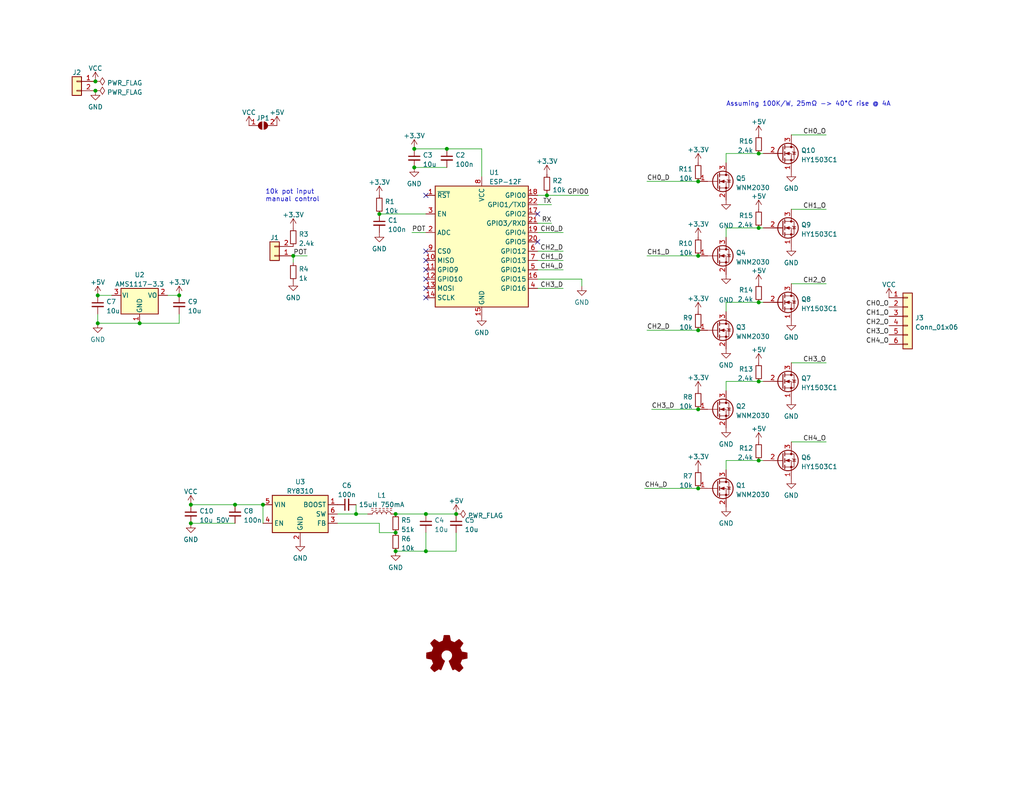
<source format=kicad_sch>
(kicad_sch (version 20211123) (generator eeschema)
  (paper "USLetter")
  (lib_symbols
    (symbol "Connector_Generic:Conn_01x02" (pin_names (offset 1.016) hide)
      (property "Reference" "J" (at 0 2.54 0))
      (property "Value" "Conn_01x02" (at 0 -5.08 0))
      (symbol "Conn_01x02_1_1"
        (rectangle (start -1.27 -2.413) (end 0 -2.667) (stroke (width 0.1524)))
        (rectangle (start -1.27 0.127) (end 0 -0.127) (stroke (width 0.1524)))
        (rectangle (start -1.27 1.27) (end 1.27 -3.81) (stroke (width 0.254)) (fill (type background)))
        (pin passive line (at -5.08 0 0) (length 3.81) (name "Pin_1") (number "1"))
        (pin passive line (at -5.08 -2.54 0) (length 3.81) (name "Pin_2") (number "2"))
      )
    )
    (symbol "Connector_Generic:Conn_01x06" (pin_names (offset 1.016) hide)
      (property "Reference" "J" (at 0 7.62 0))
      (property "Value" "Conn_01x06" (at 0 -10.16 0))
      (symbol "Conn_01x06_1_1"
        (rectangle (start -1.27 -7.493) (end 0 -7.747) (stroke (width 0.1524)))
        (rectangle (start -1.27 -4.953) (end 0 -5.207) (stroke (width 0.1524)))
        (rectangle (start -1.27 -2.413) (end 0 -2.667) (stroke (width 0.1524)))
        (rectangle (start -1.27 0.127) (end 0 -0.127) (stroke (width 0.1524)))
        (rectangle (start -1.27 2.667) (end 0 2.413) (stroke (width 0.1524)))
        (rectangle (start -1.27 5.207) (end 0 4.953) (stroke (width 0.1524)))
        (rectangle (start -1.27 6.35) (end 1.27 -8.89) (stroke (width 0.254)) (fill (type background)))
        (pin passive line (at -5.08 5.08 0) (length 3.81) (name "Pin_1") (number "1"))
        (pin passive line (at -5.08 2.54 0) (length 3.81) (name "Pin_2") (number "2"))
        (pin passive line (at -5.08 0 0) (length 3.81) (name "Pin_3") (number "3"))
        (pin passive line (at -5.08 -2.54 0) (length 3.81) (name "Pin_4") (number "4"))
        (pin passive line (at -5.08 -5.08 0) (length 3.81) (name "Pin_5") (number "5"))
        (pin passive line (at -5.08 -7.62 0) (length 3.81) (name "Pin_6") (number "6"))
      )
    )
    (symbol "Device:C_Small" (pin_numbers hide) (pin_names (offset 0.254) hide)
      (property "Reference" "C" (at 0.254 1.778 0))
      (property "Value" "C_Small" (at 0.254 -2.032 0))
      (symbol "C_Small_0_1"
        (polyline (pts (xy -1.524 -0.508) (xy 1.524 -0.508)) (stroke (width 0.3302)))
        (polyline (pts (xy -1.524 0.508) (xy 1.524 0.508)) (stroke (width 0.3048)))
      )
      (symbol "C_Small_1_1"
        (pin passive line (at 0 2.54 270) (length 2.032) (name "~") (number "1"))
        (pin passive line (at 0 -2.54 90) (length 2.032) (name "~") (number "2"))
      )
    )
    (symbol "Device:L_Ferrite" (pin_numbers hide) (pin_names (offset 1.016) hide)
      (property "Reference" "L" (at -1.27 0 90))
      (property "Value" "L_Ferrite" (at 2.794 0 90))
      (symbol "L_Ferrite_0_1"
        (arc (start 0 -2.54) (mid 0.635 -1.905) (end 0 -1.27))
        (arc (start 0 -1.27) (mid 0.635 -0.635) (end 0 0))
        (polyline (pts (xy 1.016 -2.794) (xy 1.016 -2.286)))
        (polyline (pts (xy 1.016 -1.778) (xy 1.016 -1.27)))
        (polyline (pts (xy 1.016 -0.762) (xy 1.016 -0.254)))
        (polyline (pts (xy 1.016 0.254) (xy 1.016 0.762)))
        (polyline (pts (xy 1.016 1.27) (xy 1.016 1.778)))
        (polyline (pts (xy 1.016 2.286) (xy 1.016 2.794)))
        (polyline (pts (xy 1.524 -2.286) (xy 1.524 -2.794)))
        (polyline (pts (xy 1.524 -1.27) (xy 1.524 -1.778)))
        (polyline (pts (xy 1.524 -0.254) (xy 1.524 -0.762)))
        (polyline (pts (xy 1.524 0.762) (xy 1.524 0.254)))
        (polyline (pts (xy 1.524 1.778) (xy 1.524 1.27)))
        (polyline (pts (xy 1.524 2.794) (xy 1.524 2.286)))
        (arc (start 0 0) (mid 0.635 0.635) (end 0 1.27))
        (arc (start 0 1.27) (mid 0.635 1.905) (end 0 2.54))
      )
      (symbol "L_Ferrite_1_1"
        (pin passive line (at 0 3.81 270) (length 1.27) (name "1") (number "1"))
        (pin passive line (at 0 -3.81 90) (length 1.27) (name "2") (number "2"))
      )
    )
    (symbol "Device:Q_NMOS_GSD" (pin_names (offset 0) hide)
      (property "Reference" "Q" (at 5.08 1.27 0))
      (property "Value" "Q_NMOS_GSD" (at 5.08 -1.27 0))
      (symbol "Q_NMOS_GSD_0_1"
        (polyline (pts (xy 0.254 0) (xy -2.54 0)))
        (polyline (pts (xy 0.254 1.905) (xy 0.254 -1.905)) (stroke (width 0.254)))
        (polyline (pts (xy 0.762 -1.27) (xy 0.762 -2.286)) (stroke (width 0.254)))
        (polyline (pts (xy 0.762 0.508) (xy 0.762 -0.508)) (stroke (width 0.254)))
        (polyline (pts (xy 0.762 2.286) (xy 0.762 1.27)) (stroke (width 0.254)))
        (polyline (pts (xy 2.54 2.54) (xy 2.54 1.778)))
        (polyline (pts (xy 2.54 -2.54) (xy 2.54 0) (xy 0.762 0)))
        (polyline (pts (xy 0.762 -1.778) (xy 3.302 -1.778) (xy 3.302 1.778) (xy 0.762 1.778)))
        (polyline (pts (xy 1.016 0) (xy 2.032 0.381) (xy 2.032 -0.381) (xy 1.016 0)) (fill (type outline)))
        (polyline (pts (xy 2.794 0.508) (xy 2.921 0.381) (xy 3.683 0.381) (xy 3.81 0.254)))
        (polyline (pts (xy 3.302 0.381) (xy 2.921 -0.254) (xy 3.683 -0.254) (xy 3.302 0.381)))
        (circle (center 1.651 0) (radius 2.794) (stroke (width 0.254)))
        (circle (center 2.54 -1.778) (radius 0.254) (fill (type outline)))
        (circle (center 2.54 1.778) (radius 0.254) (fill (type outline)))
      )
      (symbol "Q_NMOS_GSD_1_1"
        (pin input line (at -5.08 0 0) (length 2.54) (name "G") (number "1"))
        (pin passive line (at 2.54 -5.08 90) (length 2.54) (name "S") (number "2"))
        (pin passive line (at 2.54 5.08 270) (length 2.54) (name "D") (number "3"))
      )
    )
    (symbol "Device:Q_NMOS_SGD" (pin_names (offset 0) hide)
      (property "Reference" "Q" (at 5.08 1.27 0))
      (property "Value" "Q_NMOS_SGD" (at 5.08 -1.27 0))
      (symbol "Q_NMOS_SGD_0_1"
        (polyline (pts (xy 0.254 0) (xy -2.54 0)))
        (polyline (pts (xy 0.254 1.905) (xy 0.254 -1.905)) (stroke (width 0.254)))
        (polyline (pts (xy 0.762 -1.27) (xy 0.762 -2.286)) (stroke (width 0.254)))
        (polyline (pts (xy 0.762 0.508) (xy 0.762 -0.508)) (stroke (width 0.254)))
        (polyline (pts (xy 0.762 2.286) (xy 0.762 1.27)) (stroke (width 0.254)))
        (polyline (pts (xy 2.54 2.54) (xy 2.54 1.778)))
        (polyline (pts (xy 2.54 -2.54) (xy 2.54 0) (xy 0.762 0)))
        (polyline (pts (xy 0.762 -1.778) (xy 3.302 -1.778) (xy 3.302 1.778) (xy 0.762 1.778)))
        (polyline (pts (xy 1.016 0) (xy 2.032 0.381) (xy 2.032 -0.381) (xy 1.016 0)) (fill (type outline)))
        (polyline (pts (xy 2.794 0.508) (xy 2.921 0.381) (xy 3.683 0.381) (xy 3.81 0.254)))
        (polyline (pts (xy 3.302 0.381) (xy 2.921 -0.254) (xy 3.683 -0.254) (xy 3.302 0.381)))
        (circle (center 1.651 0) (radius 2.794) (stroke (width 0.254)))
        (circle (center 2.54 -1.778) (radius 0.254) (fill (type outline)))
        (circle (center 2.54 1.778) (radius 0.254) (fill (type outline)))
      )
      (symbol "Q_NMOS_SGD_1_1"
        (pin passive line (at 2.54 -5.08 90) (length 2.54) (name "S") (number "1"))
        (pin input line (at -5.08 0 0) (length 5.08) (name "G") (number "2"))
        (pin passive line (at 2.54 5.08 270) (length 2.54) (name "D") (number "3"))
      )
    )
    (symbol "Device:R_Small" (pin_numbers hide) (pin_names (offset 0.254) hide)
      (property "Reference" "R" (at 0.762 0.508 0))
      (property "Value" "R_Small" (at 0.762 -1.016 0))
      (symbol "R_Small_0_1"
        (rectangle (start -0.762 1.778) (end 0.762 -1.778) (stroke (width 0.2032)))
      )
      (symbol "R_Small_1_1"
        (pin passive line (at 0 2.54 270) (length 0.762) (name "~") (number "1"))
        (pin passive line (at 0 -2.54 90) (length 0.762) (name "~") (number "2"))
      )
    )
    (symbol "Graphic:Logo_Open_Hardware_Small" (pin_names (offset 1.016))
      (symbol "Logo_Open_Hardware_Small_0_1"
        (polyline (pts (xy 3.3528 -4.3434) (xy 3.302 -4.318) (xy 3.175 -4.2418) (xy 2.9972 -4.1148) (xy 2.7686 -3.9624) (xy 2.54 -3.81) (xy 2.3622 -3.7084) (xy 2.2352 -3.6068) (xy 2.1844 -3.5814) (xy 2.159 -3.6068) (xy 2.0574 -3.6576) (xy 1.905 -3.7338) (xy 1.8034 -3.7846) (xy 1.6764 -3.8354) (xy 1.6002 -3.8354) (xy 1.6002 -3.8354) (xy 1.5494 -3.7338) (xy 1.4732 -3.5306) (xy 1.3462 -3.302) (xy 1.2446 -3.0226) (xy 1.1176 -2.7178) (xy 0.9652 -2.413) (xy 0.8636 -2.1082) (xy 0.7366 -1.8288) (xy 0.6604 -1.6256) (xy 0.6096 -1.4732) (xy 0.5842 -1.397) (xy 0.5842 -1.397) (xy 0.6604 -1.3208) (xy 0.7874 -1.2446) (xy 1.0414 -1.016) (xy 1.2954 -0.6858) (xy 1.4478 -0.3302) (xy 1.524 0.0762) (xy 1.4732 0.4572) (xy 1.3208 0.8128) (xy 1.0668 1.143) (xy 0.762 1.3716) (xy 0.4064 1.524) (xy 0 1.5748) (xy -0.381 1.5494) (xy -0.7366 1.397) (xy -1.0668 1.143) (xy -1.2192 0.9906) (xy -1.397 0.6604) (xy -1.524 0.3048) (xy -1.524 0.2286) (xy -1.4986 -0.1778) (xy -1.397 -0.5334) (xy -1.1938 -0.8636) (xy -0.9144 -1.143) (xy -0.8636 -1.1684) (xy -0.7366 -1.27) (xy -0.635 -1.3462) (xy -0.5842 -1.397) (xy -1.0668 -2.5908) (xy -1.143 -2.794) (xy -1.2954 -3.1242) (xy -1.397 -3.4036) (xy -1.4986 -3.6322) (xy -1.5748 -3.7846) (xy -1.6002 -3.8354) (xy -1.6002 -3.8354) (xy -1.651 -3.8354) (xy -1.7272 -3.81) (xy -1.905 -3.7338) (xy -2.0066 -3.683) (xy -2.1336 -3.6068) (xy -2.2098 -3.5814) (xy -2.2606 -3.6068) (xy -2.3622 -3.683) (xy -2.54 -3.81) (xy -2.7686 -3.9624) (xy -2.9718 -4.0894) (xy -3.1496 -4.2164) (xy -3.302 -4.318) (xy -3.3528 -4.3434) (xy -3.3782 -4.3434) (xy -3.429 -4.318) (xy -3.5306 -4.2164) (xy -3.7084 -4.064) (xy -3.937 -3.8354) (xy -3.9624 -3.81) (xy -4.1656 -3.6068) (xy -4.318 -3.4544) (xy -4.4196 -3.3274) (xy -4.445 -3.2766) (xy -4.445 -3.2766) (xy -4.4196 -3.2258) (xy -4.318 -3.0734) (xy -4.2164 -2.8956) (xy -4.064 -2.667) (xy -3.6576 -2.0828) (xy -3.8862 -1.5494) (xy -3.937 -1.3716) (xy -4.0386 -1.1684) (xy -4.0894 -1.0414) (xy -4.1148 -0.9652) (xy -4.191 -0.9398) (xy -4.318 -0.9144) (xy -4.5466 -0.8636) (xy -4.8006 -0.8128) (xy -5.0546 -0.7874) (xy -5.2578 -0.7366) (xy -5.4356 -0.7112) (xy -5.5118 -0.6858) (xy -5.5118 -0.6858) (xy -5.5372 -0.635) (xy -5.5372 -0.5588) (xy -5.5372 -0.4318) (xy -5.5626 -0.2286) (xy -5.5626 0.0762) (xy -5.5626 0.127) (xy -5.5372 0.4064) (xy -5.5372 0.635) (xy -5.5372 0.762) (xy -5.5372 0.8382) (xy -5.5372 0.8382) (xy -5.461 0.8382) (xy -5.3086 0.889) (xy -5.08 0.9144) (xy -4.826 0.9652) (xy -4.8006 0.9906) (xy -4.5466 1.0414) (xy -4.318 1.0668) (xy -4.1656 1.1176) (xy -4.0894 1.143) (xy -4.0894 1.143) (xy -4.0386 1.2446) (xy -3.9624 1.4224) (xy -3.8608 1.6256) (xy -3.7846 1.8288) (xy -3.7084 2.0066) (xy -3.6576 2.159) (xy -3.6322 2.2098) (xy -3.6322 2.2098) (xy -3.683 2.286) (xy -3.7592 2.413) (xy -3.8862 2.5908) (xy -4.064 2.8194) (xy -4.064 2.8448) (xy -4.2164 3.0734) (xy -4.3434 3.2512) (xy -4.4196 3.3782) (xy -4.445 3.4544) (xy -4.445 3.4544) (xy -4.3942 3.5052) (xy -4.2926 3.6322) (xy -4.1148 3.81) (xy -3.937 4.0132) (xy -3.8608 4.064) (xy -3.6576 4.2926) (xy -3.5052 4.4196) (xy -3.4036 4.4958) (xy -3.3528 4.5212) (xy -3.3528 4.5212) (xy -3.302 4.4704) (xy -3.1496 4.3688) (xy -2.9718 4.2418) (xy -2.7432 4.0894) (xy -2.7178 4.0894) (xy -2.4892 3.937) (xy -2.3114 3.81) (xy -2.1844 3.7084) (xy -2.1336 3.683) (xy -2.1082 3.683) (xy -2.032 3.7084) (xy -1.8542 3.7592) (xy -1.6764 3.8354) (xy -1.4732 3.937) (xy -1.27 4.0132) (xy -1.143 4.064) (xy -1.0668 4.1148) (xy -1.0668 4.1148) (xy -1.0414 4.191) (xy -1.016 4.3434) (xy -0.9652 4.572) (xy -0.9144 4.8514) (xy -0.889 4.9022) (xy -0.8382 5.1562) (xy -0.8128 5.3848) (xy -0.7874 5.5372) (xy -0.762 5.588) (xy -0.7112 5.6134) (xy -0.5842 5.6134) (xy -0.4064 5.6134) (xy -0.1524 5.6134) (xy 0.0762 5.6134) (xy 0.3302 5.6134) (xy 0.5334 5.6134) (xy 0.6858 5.588) (xy 0.7366 5.588) (xy 0.7366 5.588) (xy 0.762 5.5118) (xy 0.8128 5.334) (xy 0.8382 5.1054) (xy 0.9144 4.826) (xy 0.9144 4.7752) (xy 0.9652 4.5212) (xy 1.016 4.2926) (xy 1.0414 4.1402) (xy 1.0668 4.0894) (xy 1.0668 4.0894) (xy 1.1938 4.0386) (xy 1.3716 3.9624) (xy 1.5748 3.8608) (xy 2.0828 3.6576) (xy 2.7178 4.0894) (xy 2.7686 4.1402) (xy 2.9972 4.2926) (xy 3.175 4.4196) (xy 3.302 4.4958) (xy 3.3782 4.5212) (xy 3.3782 4.5212) (xy 3.429 4.4704) (xy 3.556 4.3434) (xy 3.7338 4.191) (xy 3.9116 3.9878) (xy 4.064 3.8354) (xy 4.2418 3.6576) (xy 4.3434 3.556) (xy 4.4196 3.4798) (xy 4.4196 3.429) (xy 4.4196 3.4036) (xy 4.3942 3.3274) (xy 4.2926 3.2004) (xy 4.1656 2.9972) (xy 4.0132 2.794) (xy 3.8862 2.5908) (xy 3.7592 2.3876) (xy 3.6576 2.2352) (xy 3.6322 2.159) (xy 3.6322 2.1336) (xy 3.683 2.0066) (xy 3.7592 1.8288) (xy 3.8608 1.6002) (xy 4.064 1.1176) (xy 4.3942 1.0414) (xy 4.5974 1.016) (xy 4.8768 0.9652) (xy 5.1308 0.9144) (xy 5.5372 0.8382) (xy 5.5626 -0.6604) (xy 5.4864 -0.6858) (xy 5.4356 -0.6858) (xy 5.2832 -0.7366) (xy 5.0546 -0.762) (xy 4.8006 -0.8128) (xy 4.5974 -0.8636) (xy 4.3688 -0.9144) (xy 4.2164 -0.9398) (xy 4.1402 -0.9398) (xy 4.1148 -0.9652) (xy 4.064 -1.0668) (xy 3.9878 -1.2446) (xy 3.9116 -1.4478) (xy 3.81 -1.651) (xy 3.7338 -1.8542) (xy 3.683 -2.0066) (xy 3.6576 -2.0828) (xy 3.683 -2.1336) (xy 3.7846 -2.2606) (xy 3.8862 -2.4638) (xy 4.0386 -2.667) (xy 4.191 -2.8956) (xy 4.318 -3.0734) (xy 4.3942 -3.2004) (xy 4.445 -3.2766) (xy 4.4196 -3.3274) (xy 4.3434 -3.429) (xy 4.1656 -3.5814) (xy 3.937 -3.8354) (xy 3.8862 -3.8608) (xy 3.683 -4.064) (xy 3.5306 -4.2164) (xy 3.4036 -4.318) (xy 3.3528 -4.3434)) (fill (type outline)))
      )
    )
    (symbol "Jumper:SolderJumper_2_Open" (pin_names (offset 0) hide)
      (property "Reference" "JP" (at 0 2.032 0))
      (property "Value" "SolderJumper_2_Open" (at 0 -2.54 0))
      (symbol "SolderJumper_2_Open_0_1"
        (arc (start -0.254 1.016) (mid -1.27 0) (end -0.254 -1.016))
        (arc (start -0.254 1.016) (mid -1.27 0) (end -0.254 -1.016) (fill (type outline)))
        (polyline (pts (xy -0.254 1.016) (xy -0.254 -1.016)))
        (polyline (pts (xy 0.254 1.016) (xy 0.254 -1.016)))
        (arc (start 0.254 -1.016) (mid 1.27 0) (end 0.254 1.016))
        (arc (start 0.254 -1.016) (mid 1.27 0) (end 0.254 1.016) (fill (type outline)))
      )
      (symbol "SolderJumper_2_Open_1_1"
        (pin passive line (at -3.81 0 0) (length 2.54) (name "A") (number "1"))
        (pin passive line (at 3.81 0 180) (length 2.54) (name "B") (number "2"))
      )
    )
    (symbol "RF_Module:ESP-12F"
      (property "Reference" "U" (at -12.7 19.05 0))
      (property "Value" "ESP-12F" (at 12.7 19.05 0))
      (symbol "ESP-12F_0_1"
        (rectangle (start -12.7 17.78) (end 12.7 -15.24) (stroke (width 0.254)) (fill (type background)))
      )
      (symbol "ESP-12F_1_1"
        (pin input line (at -15.24 15.24 0) (length 2.54) (name "~{RST}") (number "1"))
        (pin bidirectional line (at -15.24 -2.54 0) (length 2.54) (name "MISO") (number "10"))
        (pin bidirectional line (at -15.24 -5.08 0) (length 2.54) (name "GPIO9") (number "11"))
        (pin bidirectional line (at -15.24 -7.62 0) (length 2.54) (name "GPIO10") (number "12"))
        (pin bidirectional line (at -15.24 -10.16 0) (length 2.54) (name "MOSI") (number "13"))
        (pin bidirectional line (at -15.24 -12.7 0) (length 2.54) (name "SCLK") (number "14"))
        (pin power_in line (at 0 -17.78 90) (length 2.54) (name "GND") (number "15"))
        (pin bidirectional line (at 15.24 -7.62 180) (length 2.54) (name "GPIO15") (number "16"))
        (pin bidirectional line (at 15.24 10.16 180) (length 2.54) (name "GPIO2") (number "17"))
        (pin bidirectional line (at 15.24 15.24 180) (length 2.54) (name "GPIO0") (number "18"))
        (pin bidirectional line (at 15.24 5.08 180) (length 2.54) (name "GPIO4") (number "19"))
        (pin input line (at -15.24 5.08 0) (length 2.54) (name "ADC") (number "2"))
        (pin bidirectional line (at 15.24 2.54 180) (length 2.54) (name "GPIO5") (number "20"))
        (pin bidirectional line (at 15.24 7.62 180) (length 2.54) (name "GPIO3/RXD") (number "21"))
        (pin bidirectional line (at 15.24 12.7 180) (length 2.54) (name "GPIO1/TXD") (number "22"))
        (pin input line (at -15.24 10.16 0) (length 2.54) (name "EN") (number "3"))
        (pin bidirectional line (at 15.24 -10.16 180) (length 2.54) (name "GPIO16") (number "4"))
        (pin bidirectional line (at 15.24 -5.08 180) (length 2.54) (name "GPIO14") (number "5"))
        (pin bidirectional line (at 15.24 0 180) (length 2.54) (name "GPIO12") (number "6"))
        (pin bidirectional line (at 15.24 -2.54 180) (length 2.54) (name "GPIO13") (number "7"))
        (pin power_in line (at 0 20.32 270) (length 2.54) (name "VCC") (number "8"))
        (pin input line (at -15.24 0 0) (length 2.54) (name "CS0") (number "9"))
      )
    )
    (symbol "Regulator_Linear:AMS1117-3.3" (pin_names (offset 0.254))
      (property "Reference" "U" (at -3.81 3.175 0))
      (property "Value" "AMS1117-3.3" (at 0 3.175 0))
      (symbol "AMS1117-3.3_0_1"
        (rectangle (start -5.08 -5.08) (end 5.08 1.905) (stroke (width 0.254)) (fill (type background)))
      )
      (symbol "AMS1117-3.3_1_1"
        (pin power_in line (at 0 -7.62 90) (length 2.54) (name "GND") (number "1"))
        (pin power_out line (at 7.62 0 180) (length 2.54) (name "VO") (number "2"))
        (pin power_in line (at -7.62 0 0) (length 2.54) (name "VI") (number "3"))
      )
    )
    (symbol "Regulator_Switching:LM2734Y"
      (property "Reference" "U" (at -7.62 6.35 0))
      (property "Value" "LM2734Y" (at 0 6.35 0))
      (symbol "LM2734Y_0_1"
        (rectangle (start -7.62 5.08) (end 7.62 -5.08) (stroke (width 0.254)) (fill (type background)))
        (pin input line (at 10.16 2.54 180) (length 2.54) (name "BOOST") (number "1"))
      )
      (symbol "LM2734Y_1_1"
        (pin power_in line (at 0 -7.62 90) (length 2.54) (name "GND") (number "2"))
        (pin input line (at 10.16 -2.54 180) (length 2.54) (name "FB") (number "3"))
        (pin input line (at -10.16 -2.54 0) (length 2.54) (name "EN") (number "4"))
        (pin power_in line (at -10.16 2.54 0) (length 2.54) (name "VIN") (number "5"))
        (pin output line (at 10.16 0 180) (length 2.54) (name "SW") (number "6"))
      )
    )
    (symbol "power:+3.3V" (power) (pin_names (offset 0))
      (property "Value" "+3.3V" (at 0 3.556 0))
      (symbol "+3.3V_0_1"
        (polyline (pts (xy -0.762 1.27) (xy 0 2.54)))
        (polyline (pts (xy 0 0) (xy 0 2.54)))
        (polyline (pts (xy 0 2.54) (xy 0.762 1.27)))
      )
      (symbol "+3.3V_1_1"
        (pin power_in line (at 0 0 90) (length 0) hide (name "+3.3V") (number "1"))
      )
    )
    (symbol "power:+5V" (power) (pin_names (offset 0))
      (property "Value" "+5V" (at 0 3.556 0))
      (symbol "+5V_0_1"
        (polyline (pts (xy -0.762 1.27) (xy 0 2.54)))
        (polyline (pts (xy 0 0) (xy 0 2.54)))
        (polyline (pts (xy 0 2.54) (xy 0.762 1.27)))
      )
      (symbol "+5V_1_1"
        (pin power_in line (at 0 0 90) (length 0) hide (name "+5V") (number "1"))
      )
    )
    (symbol "power:GND" (power) (pin_names (offset 0))
      (property "Value" "GND" (at 0 -3.81 0))
      (symbol "GND_0_1"
        (polyline (pts (xy 0 0) (xy 0 -1.27) (xy 1.27 -1.27) (xy 0 -2.54) (xy -1.27 -1.27) (xy 0 -1.27)))
      )
      (symbol "GND_1_1"
        (pin power_in line (at 0 0 270) (length 0) hide (name "GND") (number "1"))
      )
    )
    (symbol "power:PWR_FLAG" (power) (pin_numbers hide) (pin_names (offset 0) hide)
      (property "Value" "PWR_FLAG" (at 0 3.81 0))
      (symbol "PWR_FLAG_0_0"
        (pin power_out line (at 0 0 90) (length 0) (name "pwr") (number "1"))
      )
      (symbol "PWR_FLAG_0_1"
        (polyline (pts (xy 0 0) (xy 0 1.27) (xy -1.016 1.905) (xy 0 2.54) (xy 1.016 1.905) (xy 0 1.27)))
      )
    )
    (symbol "power:VCC" (power) (pin_names (offset 0))
      (property "Value" "VCC" (at 0 3.81 0))
      (symbol "VCC_0_1"
        (polyline (pts (xy -0.762 1.27) (xy 0 2.54)))
        (polyline (pts (xy 0 0) (xy 0 2.54)))
        (polyline (pts (xy 0 2.54) (xy 0.762 1.27)))
      )
      (symbol "VCC_1_1"
        (pin power_in line (at 0 0 90) (length 0) hide (name "VCC") (number "1"))
      )
    )
  )
  (junction (at 107.95 145.415))
  (junction (at 80.01 69.85))
  (junction (at 26.67 80.645))
  (junction (at 116.205 150.495))
  (junction (at 26.035 22.225))
  (junction (at 107.95 140.335))
  (junction (at 207.01 82.55))
  (junction (at 190.5 111.76))
  (junction (at 190.5 69.85))
  (junction (at 116.205 140.335))
  (junction (at 207.01 104.14))
  (junction (at 190.5 49.53))
  (junction (at 113.03 40.64))
  (junction (at 52.07 137.795))
  (junction (at 207.01 62.23))
  (junction (at 113.03 45.72))
  (junction (at 64.135 137.795))
  (junction (at 38.1 88.265))
  (junction (at 124.46 140.335))
  (junction (at 190.5 133.35))
  (junction (at 207.01 41.91))
  (junction (at 107.95 150.495))
  (junction (at 97.155 140.335))
  (junction (at 26.035 24.765))
  (junction (at 121.92 40.64))
  (junction (at 103.505 58.42))
  (junction (at 149.225 53.34))
  (junction (at 48.895 80.645))
  (junction (at 26.67 88.265))
  (junction (at 190.5 90.17))
  (junction (at 71.755 137.795))
  (junction (at 207.01 125.73))
  (junction (at 52.07 142.875))
  (no_connect (at 146.685 66.04))
  (no_connect (at 146.685 58.42))
  (no_connect (at 116.205 78.74))
  (no_connect (at 116.205 81.28))
  (no_connect (at 116.205 68.58))
  (no_connect (at 116.205 71.12))
  (no_connect (at 116.205 73.66))
  (no_connect (at 116.205 76.2))
  (no_connect (at 116.205 53.34))
  (wire (pts (xy 198.12 41.91) (xy 207.01 41.91)))
  (wire (pts (xy 215.9 36.83) (xy 225.425 36.83)))
  (wire (pts (xy 198.12 44.45) (xy 198.12 41.91)))
  (wire (pts (xy 48.895 88.265) (xy 38.1 88.265)))
  (wire (pts (xy 176.53 69.85) (xy 190.5 69.85)))
  (wire (pts (xy 176.53 49.53) (xy 190.5 49.53)))
  (wire (pts (xy 52.07 137.795) (xy 64.135 137.795)))
  (wire (pts (xy 116.205 63.5) (xy 112.395 63.5)))
  (wire (pts (xy 177.8 111.76) (xy 190.5 111.76)))
  (wire (pts (xy 207.01 41.91) (xy 208.28 41.91)))
  (wire (pts (xy 121.92 40.64) (xy 131.445 40.64)))
  (wire (pts (xy 146.685 55.88) (xy 150.495 55.88)))
  (wire (pts (xy 198.12 85.09) (xy 198.12 82.55)))
  (wire (pts (xy 149.225 53.34) (xy 149.225 52.705)))
  (wire (pts (xy 64.135 137.795) (xy 71.755 137.795)))
  (wire (pts (xy 207.01 125.73) (xy 208.28 125.73)))
  (wire (pts (xy 124.46 150.495) (xy 116.205 150.495)))
  (wire (pts (xy 113.03 45.72) (xy 121.92 45.72)))
  (wire (pts (xy 158.75 76.2) (xy 158.75 78.105)))
  (wire (pts (xy 198.12 82.55) (xy 207.01 82.55)))
  (wire (pts (xy 175.895 133.35) (xy 190.5 133.35)))
  (wire (pts (xy 97.155 140.335) (xy 100.33 140.335)))
  (wire (pts (xy 198.12 125.73) (xy 207.01 125.73)))
  (wire (pts (xy 146.685 53.34) (xy 149.225 53.34)))
  (wire (pts (xy 26.67 85.725) (xy 26.67 88.265)))
  (wire (pts (xy 146.685 71.12) (xy 153.67 71.12)))
  (wire (pts (xy 80.01 69.85) (xy 83.82 69.85)))
  (wire (pts (xy 215.9 57.15) (xy 225.425 57.15)))
  (wire (pts (xy 207.01 104.14) (xy 208.28 104.14)))
  (wire (pts (xy 207.01 62.23) (xy 208.28 62.23)))
  (wire (pts (xy 215.9 77.47) (xy 225.425 77.47)))
  (wire (pts (xy 198.12 64.77) (xy 198.12 62.23)))
  (wire (pts (xy 146.685 73.66) (xy 153.67 73.66)))
  (wire (pts (xy 124.46 145.415) (xy 124.46 150.495)))
  (wire (pts (xy 71.755 137.795) (xy 71.755 142.875)))
  (wire (pts (xy 146.685 63.5) (xy 153.67 63.5)))
  (wire (pts (xy 26.67 88.265) (xy 38.1 88.265)))
  (wire (pts (xy 52.07 142.875) (xy 64.135 142.875)))
  (wire (pts (xy 198.12 62.23) (xy 207.01 62.23)))
  (wire (pts (xy 116.205 150.495) (xy 107.95 150.495)))
  (wire (pts (xy 146.685 76.2) (xy 158.75 76.2)))
  (wire (pts (xy 103.505 145.415) (xy 107.95 145.415)))
  (wire (pts (xy 146.685 78.74) (xy 153.67 78.74)))
  (wire (pts (xy 198.12 128.27) (xy 198.12 125.73)))
  (wire (pts (xy 80.01 69.85) (xy 80.01 71.755)))
  (wire (pts (xy 176.53 90.17) (xy 190.5 90.17)))
  (wire (pts (xy 146.685 68.58) (xy 153.67 68.58)))
  (wire (pts (xy 97.155 137.795) (xy 97.155 140.335)))
  (wire (pts (xy 103.505 58.42) (xy 116.205 58.42)))
  (wire (pts (xy 215.9 99.06) (xy 225.425 99.06)))
  (wire (pts (xy 116.205 145.415) (xy 116.205 150.495)))
  (wire (pts (xy 146.685 60.96) (xy 150.495 60.96)))
  (wire (pts (xy 113.03 40.64) (xy 121.92 40.64)))
  (wire (pts (xy 92.075 140.335) (xy 97.155 140.335)))
  (wire (pts (xy 116.205 140.335) (xy 124.46 140.335)))
  (wire (pts (xy 149.225 53.34) (xy 160.655 53.34)))
  (wire (pts (xy 107.95 140.335) (xy 116.205 140.335)))
  (wire (pts (xy 48.895 85.725) (xy 48.895 88.265)))
  (wire (pts (xy 103.505 142.875) (xy 103.505 145.415)))
  (wire (pts (xy 207.01 82.55) (xy 208.28 82.55)))
  (wire (pts (xy 131.445 40.64) (xy 131.445 48.26)))
  (wire (pts (xy 215.9 120.65) (xy 225.425 120.65)))
  (wire (pts (xy 45.72 80.645) (xy 48.895 80.645)))
  (wire (pts (xy 198.12 104.14) (xy 198.12 106.68)))
  (wire (pts (xy 92.075 142.875) (xy 103.505 142.875)))
  (wire (pts (xy 198.12 104.14) (xy 207.01 104.14)))
  (wire (pts (xy 26.67 80.645) (xy 30.48 80.645)))
  (text "Assuming 100K/W, 25mΩ -> 40°C rise @ 4A" (at 198.12 29.21 0) (effects (font (size 1.27 1.27)) (justify left bottom)))
  (text "10k pot input\nmanual control" (at 72.39 55.245 0) (effects (font (size 1.27 1.27)) (justify left bottom)))
  (label "CH0_O" (at 225.425 36.83 180))
  (label "CH3_D" (at 153.67 78.74 180))
  (label "CH2_O" (at 225.425 77.47 180))
  (label "CH3_O" (at 225.425 99.06 180))
  (label "CH1_D" (at 176.53 69.85 0))
  (label "CH0_D" (at 176.53 49.53 0))
  (label "GPIO0" (at 160.655 53.34 180))
  (label "CH0_O" (at 242.57 83.82 180))
  (label "CH2_D" (at 176.53 90.17 0))
  (label "TX" (at 150.495 55.88 180))
  (label "CH1_D" (at 153.67 71.12 180))
  (label "POT" (at 112.395 63.5 0))
  (label "CH4_D" (at 153.67 73.66 180))
  (label "POT" (at 83.82 69.85 180))
  (label "CH3_O" (at 242.57 91.44 180))
  (label "CH4_D" (at 175.895 133.35 0))
  (label "CH4_O" (at 225.425 120.65 180))
  (label "CH2_O" (at 242.57 88.9 180))
  (label "CH0_D" (at 153.67 63.5 180))
  (label "CH1_O" (at 242.57 86.36 180))
  (label "RX" (at 150.495 60.96 180))
  (label "CH1_O" (at 225.425 57.15 180))
  (label "CH2_D" (at 153.67 68.58 180))
  (label "CH4_O" (at 242.57 93.98 180))
  (label "CH3_D" (at 177.8 111.76 0))
  (symbol (lib_id "Device:Q_NMOS_GSD") (at 195.58 49.53 0) (unit 1)
    (property "Reference" "Q5" (at 200.787 48.6953 0) (effects (justify left)))
    (property "Value" "WNM2030" (at 200.787 51.2322 0) (effects (justify left)))
    (property "Footprint" "Package_TO_SOT_SMD:SOT-723" (effects hide))
    (property "LCSC" "C239769" (effects hide))
  )
  (symbol (lib_id "power:GND") (at 215.9 87.63 0) (unit 1)
    (property "Reference" "#PWR0117" (effects hide))
    (property "Value" "GND" (at 215.9 92.0734 0))
  )
  (symbol (lib_id "Device:R_Small") (at 190.5 87.63 0) (unit 1)
    (property "Reference" "R9" (at 189.0015 86.7953 0) (effects (justify right)))
    (property "Value" "10k" (at 189.0015 89.3322 0) (effects (justify right)))
    (property "Footprint" "Resistor_SMD:R_0402_1005Metric" (effects hide))
    (property "LCSC" "C25744" (effects hide))
  )
  (symbol (lib_id "Graphic:Logo_Open_Hardware_Small") (at 121.92 179.07 0) (unit 1) (in_bom no)
    (property "Reference" "LOGO1" (effects hide))
    (property "Value" "Logo_Open_Hardware_Small" (effects hide))
    (property "Footprint" "Symbol:OSHW-Logo2_7.3x6mm_SilkScreen" (effects hide))
  )
  (symbol (lib_id "Device:L_Ferrite") (at 104.14 140.335 90) (unit 1)
    (property "Reference" "L1" (at 104.14 135.2382 90))
    (property "Value" "15uH 750mA" (at 104.14 137.7751 90))
    (property "Footprint" "Inductor_SMD:L_Bourns-SRN4018" (effects hide))
    (property "LCSC" "C167837" (effects hide))
  )
  (symbol (lib_id "power:VCC") (at 26.035 22.225 0) (mirror y) (unit 1)
    (property "Reference" "#PWR0135" (effects hide))
    (property "Value" "VCC" (at 26.035 18.6492 0))
  )
  (symbol (lib_id "Regulator_Switching:LM2734Y") (at 81.915 140.335 0) (unit 1)
    (property "Reference" "U3" (at 81.915 131.5552 0))
    (property "Value" "RY8310" (at 81.915 134.0921 0))
    (property "Footprint" "Package_TO_SOT_SMD:TSOT-23-6" (effects hide))
    (property "Datasheet" "https://datasheet.lcsc.com/lcsc/1912111437_RYCHIP-Semiconductor-Inc--RY8310_C370876.pdf" (effects hide))
    (property "LCSC" "C370876" (effects hide))
  )
  (symbol (lib_id "power:+3.3V") (at 190.5 106.68 0) (unit 1)
    (property "Reference" "#PWR0123" (effects hide))
    (property "Value" "+3.3V" (at 190.5 103.1042 0))
  )
  (symbol (lib_id "Device:Q_NMOS_SGD") (at 213.36 62.23 0) (unit 1)
    (property "Reference" "Q9" (at 218.567 61.3953 0) (effects (justify left)))
    (property "Value" "HY1503C1" (at 218.567 63.9322 0) (effects (justify left)))
    (property "Footprint" "Library:DFN-8-1EP_3x3mm_P0.65mm_EP2x2.4mm" (effects hide))
    (property "Datasheet" "http://www.onsemi.com/pub/Collateral/FDS2734-D.pdf" (effects hide))
    (property "LCSC" "C315567" (effects hide))
    (property "Description" "Rds_on < 25mΩ @ Vgs=5V" (effects hide))
  )
  (symbol (lib_id "Device:Q_NMOS_SGD") (at 213.36 125.73 0) (unit 1)
    (property "Reference" "Q6" (at 218.567 124.8953 0) (effects (justify left)))
    (property "Value" "HY1503C1" (at 218.567 127.4322 0) (effects (justify left)))
    (property "Footprint" "Library:DFN-8-1EP_3x3mm_P0.65mm_EP2x2.4mm" (effects hide))
    (property "Datasheet" "http://www.onsemi.com/pub/Collateral/FDS2734-D.pdf" (effects hide))
    (property "LCSC" "C315567" (effects hide))
    (property "Description" "Rds_on < 25mΩ @ Vgs=5V" (effects hide))
  )
  (symbol (lib_id "power:GND") (at 80.01 76.835 0) (unit 1)
    (property "Reference" "#PWR0130" (effects hide))
    (property "Value" "GND" (at 80.01 81.2784 0))
  )
  (symbol (lib_id "power:VCC") (at 52.07 137.795 0) (mirror y) (unit 1)
    (property "Reference" "#PWR0133" (effects hide))
    (property "Value" "VCC" (at 52.07 134.2192 0))
  )
  (symbol (lib_id "power:PWR_FLAG") (at 26.035 22.225 270) (unit 1)
    (property "Reference" "#FLG0101" (effects hide))
    (property "Value" "PWR_FLAG" (at 29.21 22.6588 90) (effects (justify left)))
  )
  (symbol (lib_id "Device:R_Small") (at 190.5 109.22 0) (unit 1)
    (property "Reference" "R8" (at 189.0015 108.3853 0) (effects (justify right)))
    (property "Value" "10k" (at 189.0015 110.9222 0) (effects (justify right)))
    (property "Footprint" "Resistor_SMD:R_0402_1005Metric" (effects hide))
    (property "LCSC" "C25744" (effects hide))
  )
  (symbol (lib_id "Device:Q_NMOS_GSD") (at 195.58 90.17 0) (unit 1)
    (property "Reference" "Q3" (at 200.787 89.3353 0) (effects (justify left)))
    (property "Value" "WNM2030" (at 200.787 91.8722 0) (effects (justify left)))
    (property "Footprint" "Package_TO_SOT_SMD:SOT-723" (effects hide))
    (property "LCSC" "C239769" (effects hide))
  )
  (symbol (lib_id "Device:R_Small") (at 190.5 46.99 0) (unit 1)
    (property "Reference" "R11" (at 189.0015 46.1553 0) (effects (justify right)))
    (property "Value" "10k" (at 189.0015 48.6922 0) (effects (justify right)))
    (property "Footprint" "Resistor_SMD:R_0402_1005Metric" (effects hide))
    (property "LCSC" "C25744" (effects hide))
  )
  (symbol (lib_id "power:GND") (at 26.035 24.765 0) (mirror y) (unit 1)
    (property "Reference" "#PWR0134" (effects hide))
    (property "Value" "GND" (at 26.035 29.2084 0))
  )
  (symbol (lib_id "power:GND") (at 215.9 109.22 0) (unit 1)
    (property "Reference" "#PWR0115" (effects hide))
    (property "Value" "GND" (at 215.9 113.6634 0))
  )
  (symbol (lib_id "Device:Q_NMOS_SGD") (at 213.36 104.14 0) (unit 1)
    (property "Reference" "Q7" (at 218.567 103.3053 0) (effects (justify left)))
    (property "Value" "HY1503C1" (at 218.567 105.8422 0) (effects (justify left)))
    (property "Footprint" "Library:DFN-8-1EP_3x3mm_P0.65mm_EP2x2.4mm" (effects hide))
    (property "Datasheet" "http://www.onsemi.com/pub/Collateral/FDS2734-D.pdf" (effects hide))
    (property "LCSC" "C315567" (effects hide))
    (property "Description" "Rds_on < 25mΩ @ Vgs=5V" (effects hide))
  )
  (symbol (lib_id "power:GND") (at 52.07 142.875 0) (unit 1)
    (property "Reference" "#PWR0106" (effects hide))
    (property "Value" "GND" (at 52.07 147.3184 0))
  )
  (symbol (lib_id "power:GND") (at 26.67 88.265 0) (mirror y) (unit 1)
    (property "Reference" "#PWR0140" (effects hide))
    (property "Value" "GND" (at 26.67 92.7084 0))
  )
  (symbol (lib_id "power:+3.3V") (at 80.01 62.23 0) (unit 1)
    (property "Reference" "#PWR0129" (effects hide))
    (property "Value" "+3.3V" (at 80.01 58.6542 0))
  )
  (symbol (lib_id "Connector_Generic:Conn_01x02") (at 74.93 69.85 180) (unit 1)
    (property "Reference" "J1" (at 74.93 64.8772 0))
    (property "Value" "Conn_01x02" (effects hide))
    (property "Footprint" "Connector_PinHeader_2.54mm:PinHeader_1x02_P2.54mm_Vertical" (effects hide))
  )
  (symbol (lib_id "Device:R_Small") (at 190.5 130.81 0) (unit 1)
    (property "Reference" "R7" (at 189.0015 129.9753 0) (effects (justify right)))
    (property "Value" "10k" (at 189.0015 132.5122 0) (effects (justify right)))
    (property "Footprint" "Resistor_SMD:R_0402_1005Metric" (effects hide))
    (property "LCSC" "C25744" (effects hide))
  )
  (symbol (lib_id "power:GND") (at 198.12 95.25 0) (unit 1)
    (property "Reference" "#PWR0124" (effects hide))
    (property "Value" "GND" (at 198.12 99.6934 0))
  )
  (symbol (lib_id "power:GND") (at 215.9 130.81 0) (unit 1)
    (property "Reference" "#PWR0116" (effects hide))
    (property "Value" "GND" (at 215.9 135.2534 0))
  )
  (symbol (lib_id "Device:R_Small") (at 107.95 142.875 0) (unit 1)
    (property "Reference" "R5" (at 109.4486 142.0403 0) (effects (justify left)))
    (property "Value" "51k" (at 109.4486 144.5772 0) (effects (justify left)))
    (property "Footprint" "Resistor_SMD:R_0402_1005Metric" (effects hide))
    (property "LCSC" "C25794" (effects hide))
  )
  (symbol (lib_id "power:+5V") (at 207.01 57.15 0) (mirror y) (unit 1)
    (property "Reference" "#PWR0110" (effects hide))
    (property "Value" "+5V" (at 207.01 53.5742 0))
  )
  (symbol (lib_id "Device:C_Small") (at 94.615 137.795 90) (unit 1)
    (property "Reference" "C6" (at 94.6213 132.5331 90))
    (property "Value" "100n" (at 94.6213 135.07 90))
    (property "Footprint" "Capacitor_SMD:C_0402_1005Metric" (effects hide))
    (property "LCSC" "C307331" (effects hide))
  )
  (symbol (lib_id "Device:R_Small") (at 207.01 80.01 0) (unit 1)
    (property "Reference" "R14" (at 205.5115 79.1753 0) (effects (justify right)))
    (property "Value" "2.4k" (at 205.5115 81.7122 0) (effects (justify right)))
    (property "Footprint" "Resistor_SMD:R_0402_1005Metric" (effects hide))
    (property "LCSC" "C25882" (effects hide))
  )
  (symbol (lib_id "Device:C_Small") (at 52.07 140.335 0) (unit 1)
    (property "Reference" "C10" (at 54.3941 139.5066 0) (effects (justify left)))
    (property "Value" "10u 50V" (at 54.3941 142.0435 0) (effects (justify left)))
    (property "Footprint" "Capacitor_SMD:C_0805_2012Metric" (effects hide))
    (property "LCSC" "C440198" (effects hide))
  )
  (symbol (lib_id "Jumper:SolderJumper_2_Open") (at 71.755 34.29 0) (unit 1) (in_bom no)
    (property "Reference" "JP1" (at 71.755 32.2382 0))
    (property "Value" "SolderJumper_2_Open" (effects hide))
    (property "Footprint" "Jumper:SolderJumper-2_P1.3mm_Open_TrianglePad1.0x1.5mm" (effects hide))
  )
  (symbol (lib_id "power:GND") (at 131.445 86.36 0) (unit 1)
    (property "Reference" "#PWR0101" (effects hide))
    (property "Value" "GND" (at 131.445 90.8034 0))
  )
  (symbol (lib_id "power:GND") (at 198.12 138.43 0) (unit 1)
    (property "Reference" "#PWR0122" (effects hide))
    (property "Value" "GND" (at 198.12 142.8734 0))
  )
  (symbol (lib_id "power:+3.3V") (at 103.505 53.34 0) (unit 1)
    (property "Reference" "#PWR0102" (effects hide))
    (property "Value" "+3.3V" (at 103.505 49.7642 0))
  )
  (symbol (lib_id "power:+3.3V") (at 190.5 128.27 0) (unit 1)
    (property "Reference" "#PWR0121" (effects hide))
    (property "Value" "+3.3V" (at 190.5 124.6942 0))
  )
  (symbol (lib_id "Device:C_Small") (at 64.135 140.335 0) (unit 1)
    (property "Reference" "C8" (at 66.4591 139.5066 0) (effects (justify left)))
    (property "Value" "100n" (at 66.4591 142.0435 0) (effects (justify left)))
    (property "Footprint" "Capacitor_SMD:C_0402_1005Metric" (effects hide))
    (property "LCSC" "C307331" (effects hide))
  )
  (symbol (lib_id "power:PWR_FLAG") (at 26.035 24.765 270) (unit 1)
    (property "Reference" "#FLG0102" (effects hide))
    (property "Value" "PWR_FLAG" (at 29.21 25.1988 90) (effects (justify left)))
  )
  (symbol (lib_id "Device:R_Small") (at 190.5 67.31 0) (unit 1)
    (property "Reference" "R10" (at 189.0015 66.4753 0) (effects (justify right)))
    (property "Value" "10k" (at 189.0015 69.0122 0) (effects (justify right)))
    (property "Footprint" "Resistor_SMD:R_0402_1005Metric" (effects hide))
    (property "LCSC" "C25744" (effects hide))
  )
  (symbol (lib_id "Device:R_Small") (at 80.01 74.295 0) (unit 1)
    (property "Reference" "R4" (at 81.5086 73.4603 0) (effects (justify left)))
    (property "Value" "1k" (at 81.5086 75.9972 0) (effects (justify left)))
    (property "Footprint" "Resistor_SMD:R_0402_1005Metric" (effects hide))
    (property "LCSC" "C11702" (effects hide))
  )
  (symbol (lib_id "Device:C_Small") (at 26.67 83.185 0) (unit 1)
    (property "Reference" "C7" (at 28.9941 82.3566 0) (effects (justify left)))
    (property "Value" "10u" (at 28.9941 84.8935 0) (effects (justify left)))
    (property "Footprint" "Capacitor_SMD:C_0402_1005Metric" (effects hide))
    (property "LCSC" "C15525" (effects hide))
  )
  (symbol (lib_id "power:+5V") (at 207.01 99.06 0) (mirror y) (unit 1)
    (property "Reference" "#PWR0141" (effects hide))
    (property "Value" "+5V" (at 207.01 95.4842 0))
  )
  (symbol (lib_id "Device:C_Small") (at 113.03 43.18 0) (unit 1)
    (property "Reference" "C3" (at 115.3541 42.3516 0) (effects (justify left)))
    (property "Value" "10u" (at 115.3541 44.8885 0) (effects (justify left)))
    (property "Footprint" "Capacitor_SMD:C_0402_1005Metric" (effects hide))
    (property "LCSC" "C15525" (effects hide))
  )
  (symbol (lib_id "power:+5V") (at 75.565 34.29 0) (mirror y) (unit 1)
    (property "Reference" "#PWR0132" (effects hide))
    (property "Value" "+5V" (at 75.565 30.7142 0))
  )
  (symbol (lib_id "Device:R_Small") (at 207.01 101.6 0) (unit 1)
    (property "Reference" "R13" (at 205.5115 100.7653 0) (effects (justify right)))
    (property "Value" "2.4k" (at 205.5115 103.3022 0) (effects (justify right)))
    (property "Footprint" "Resistor_SMD:R_0402_1005Metric" (effects hide))
    (property "LCSC" "C25882" (effects hide))
  )
  (symbol (lib_id "Device:C_Small") (at 116.205 142.875 0) (unit 1)
    (property "Reference" "C4" (at 118.5291 142.0466 0) (effects (justify left)))
    (property "Value" "10u" (at 118.5291 144.5835 0) (effects (justify left)))
    (property "Footprint" "Capacitor_SMD:C_0402_1005Metric" (effects hide))
    (property "LCSC" "C15525" (effects hide))
  )
  (symbol (lib_id "Device:C_Small") (at 124.46 142.875 0) (unit 1)
    (property "Reference" "C5" (at 126.7841 142.0466 0) (effects (justify left)))
    (property "Value" "10u" (at 126.7841 144.5835 0) (effects (justify left)))
    (property "Footprint" "Capacitor_SMD:C_0402_1005Metric" (effects hide))
    (property "LCSC" "C15525" (effects hide))
  )
  (symbol (lib_id "Device:R_Small") (at 207.01 39.37 0) (unit 1)
    (property "Reference" "R16" (at 205.5115 38.5353 0) (effects (justify right)))
    (property "Value" "2.4k" (at 205.5115 41.0722 0) (effects (justify right)))
    (property "Footprint" "Resistor_SMD:R_0402_1005Metric" (effects hide))
    (property "LCSC" "C25882" (effects hide))
  )
  (symbol (lib_id "Device:R_Small") (at 103.505 55.88 0) (unit 1)
    (property "Reference" "R1" (at 105.0036 55.0453 0) (effects (justify left)))
    (property "Value" "10k" (at 105.0036 57.5822 0) (effects (justify left)))
    (property "Footprint" "Resistor_SMD:R_0402_1005Metric" (effects hide))
    (property "LCSC" "C25744" (effects hide))
  )
  (symbol (lib_id "power:GND") (at 103.505 63.5 0) (unit 1)
    (property "Reference" "#PWR0128" (effects hide))
    (property "Value" "GND" (at 103.505 67.9434 0))
  )
  (symbol (lib_id "Device:Q_NMOS_GSD") (at 195.58 133.35 0) (unit 1)
    (property "Reference" "Q1" (at 200.787 132.5153 0) (effects (justify left)))
    (property "Value" "WNM2030" (at 200.787 135.0522 0) (effects (justify left)))
    (property "Footprint" "Package_TO_SOT_SMD:SOT-723" (effects hide))
    (property "LCSC" "C239769" (effects hide))
  )
  (symbol (lib_id "power:+5V") (at 207.01 36.83 0) (mirror y) (unit 1)
    (property "Reference" "#PWR0111" (effects hide))
    (property "Value" "+5V" (at 207.01 33.2542 0))
  )
  (symbol (lib_id "Device:Q_NMOS_GSD") (at 195.58 111.76 0) (unit 1)
    (property "Reference" "Q2" (at 200.787 110.9253 0) (effects (justify left)))
    (property "Value" "WNM2030" (at 200.787 113.4622 0) (effects (justify left)))
    (property "Footprint" "Package_TO_SOT_SMD:SOT-723" (effects hide))
    (property "LCSC" "C239769" (effects hide))
  )
  (symbol (lib_id "Device:Q_NMOS_SGD") (at 213.36 41.91 0) (unit 1)
    (property "Reference" "Q10" (at 218.567 41.0753 0) (effects (justify left)))
    (property "Value" "HY1503C1" (at 218.567 43.6122 0) (effects (justify left)))
    (property "Footprint" "Library:DFN-8-1EP_3x3mm_P0.65mm_EP2x2.4mm" (effects hide))
    (property "Datasheet" "http://www.onsemi.com/pub/Collateral/FDS2734-D.pdf" (effects hide))
    (property "LCSC" "C315567" (effects hide))
    (property "Description" "Rds_on < 25mΩ @ Vgs=5V" (effects hide))
  )
  (symbol (lib_id "power:GND") (at 158.75 78.105 0) (unit 1)
    (property "Reference" "#PWR0118" (effects hide))
    (property "Value" "GND" (at 158.75 82.5484 0))
  )
  (symbol (lib_id "RF_Module:ESP-12F") (at 131.445 68.58 0) (unit 1)
    (property "Reference" "U1" (at 133.4644 47.1002 0) (effects (justify left)))
    (property "Value" "ESP-12F" (at 133.4644 49.6371 0) (effects (justify left)))
    (property "Footprint" "RF_Module:ESP-12E" (effects hide))
    (property "Datasheet" "http://wiki.ai-thinker.com/_media/esp8266/esp8266_series_modules_user_manual_v1.1.pdf" (effects hide))
    (property "LCSC" "C82891" (effects hide))
  )
  (symbol (lib_id "Device:R_Small") (at 80.01 64.77 0) (unit 1)
    (property "Reference" "R3" (at 81.5086 63.9353 0) (effects (justify left)))
    (property "Value" "2.4k" (at 81.5086 66.4722 0) (effects (justify left)))
    (property "Footprint" "Resistor_SMD:R_0402_1005Metric" (effects hide))
    (property "LCSC" "C25882" (effects hide))
  )
  (symbol (lib_id "Connector_Generic:Conn_01x02") (at 20.955 22.225 0) (mirror y) (unit 1)
    (property "Reference" "J2" (at 20.955 19.7922 0))
    (property "Value" "Conn_01x02" (effects hide))
    (property "Footprint" "Connector_Wire:SolderWire-0.75sqmm_1x02_P4.8mm_D1.25mm_OD2.3mm" (effects hide))
  )
  (symbol (lib_id "Device:R_Small") (at 149.225 50.165 0) (unit 1)
    (property "Reference" "R2" (at 150.7236 49.3303 0) (effects (justify left)))
    (property "Value" "10k" (at 150.7236 51.8672 0) (effects (justify left)))
    (property "Footprint" "Resistor_SMD:R_0402_1005Metric" (effects hide))
    (property "LCSC" "C25744" (effects hide))
  )
  (symbol (lib_id "power:GND") (at 198.12 54.61 0) (unit 1)
    (property "Reference" "#PWR0113" (effects hide))
    (property "Value" "GND" (at 198.12 61.5934 0))
  )
  (symbol (lib_id "power:VCC") (at 67.945 34.29 0) (mirror y) (unit 1)
    (property "Reference" "#PWR0131" (effects hide))
    (property "Value" "VCC" (at 67.945 30.7142 0))
  )
  (symbol (lib_id "Device:C_Small") (at 103.505 60.96 0) (unit 1)
    (property "Reference" "C1" (at 105.8291 60.1316 0) (effects (justify left)))
    (property "Value" "100n" (at 105.8291 62.6685 0) (effects (justify left)))
    (property "Footprint" "Capacitor_SMD:C_0402_1005Metric" (effects hide))
    (property "LCSC" "C307331" (effects hide))
  )
  (symbol (lib_id "Device:Q_NMOS_SGD") (at 213.36 82.55 0) (unit 1)
    (property "Reference" "Q8" (at 218.567 81.7153 0) (effects (justify left)))
    (property "Value" "HY1503C1" (at 218.567 84.2522 0) (effects (justify left)))
    (property "Footprint" "Library:DFN-8-1EP_3x3mm_P0.65mm_EP2x2.4mm" (effects hide))
    (property "Datasheet" "http://www.onsemi.com/pub/Collateral/FDS2734-D.pdf" (effects hide))
    (property "LCSC" "C315567" (effects hide))
    (property "Description" "Rds_on < 25mΩ @ Vgs=5V" (effects hide))
  )
  (symbol (lib_id "Connector_Generic:Conn_01x06") (at 247.65 86.36 0) (unit 1)
    (property "Reference" "J3" (at 249.682 86.7953 0) (effects (justify left)))
    (property "Value" "Conn_01x06" (at 249.682 89.3322 0) (effects (justify left)))
    (property "Footprint" "Library:PinHeader_1x06_P2.54mm_Horizontal" (effects hide))
  )
  (symbol (lib_id "Device:R_Small") (at 107.95 147.955 0) (unit 1)
    (property "Reference" "R6" (at 109.4486 147.1203 0) (effects (justify left)))
    (property "Value" "10k" (at 109.4486 149.6572 0) (effects (justify left)))
    (property "Footprint" "Resistor_SMD:R_0402_1005Metric" (effects hide))
    (property "LCSC" "C25744" (effects hide))
  )
  (symbol (lib_id "power:+3.3V") (at 190.5 85.09 0) (unit 1)
    (property "Reference" "#PWR0105" (effects hide))
    (property "Value" "+3.3V" (at 190.5 81.5142 0))
  )
  (symbol (lib_id "power:GND") (at 215.9 46.99 0) (unit 1)
    (property "Reference" "#PWR0125" (effects hide))
    (property "Value" "GND" (at 215.9 51.4334 0))
  )
  (symbol (lib_id "Device:C_Small") (at 121.92 43.18 0) (unit 1)
    (property "Reference" "C2" (at 124.2441 42.3516 0) (effects (justify left)))
    (property "Value" "100n" (at 124.2441 44.8885 0) (effects (justify left)))
    (property "Footprint" "Capacitor_SMD:C_0402_1005Metric" (effects hide))
    (property "LCSC" "C307331" (effects hide))
  )
  (symbol (lib_id "Device:R_Small") (at 207.01 59.69 0) (unit 1)
    (property "Reference" "R15" (at 205.5115 58.8553 0) (effects (justify right)))
    (property "Value" "2.4k" (at 205.5115 61.3922 0) (effects (justify right)))
    (property "Footprint" "Resistor_SMD:R_0402_1005Metric" (effects hide))
    (property "LCSC" "C25882" (effects hide))
  )
  (symbol (lib_id "power:GND") (at 107.95 150.495 0) (unit 1)
    (property "Reference" "#PWR0138" (effects hide))
    (property "Value" "GND" (at 107.95 154.9384 0))
  )
  (symbol (lib_id "power:+3.3V") (at 190.5 64.77 0) (unit 1)
    (property "Reference" "#PWR0109" (effects hide))
    (property "Value" "+3.3V" (at 190.5 61.1942 0))
  )
  (symbol (lib_id "power:GND") (at 81.915 147.955 0) (unit 1)
    (property "Reference" "#PWR0136" (effects hide))
    (property "Value" "GND" (at 81.915 152.3984 0))
  )
  (symbol (lib_id "power:+5V") (at 207.01 77.47 0) (mirror y) (unit 1)
    (property "Reference" "#PWR0112" (effects hide))
    (property "Value" "+5V" (at 207.01 73.8942 0))
  )
  (symbol (lib_id "power:+3.3V") (at 149.225 47.625 0) (unit 1)
    (property "Reference" "#PWR0107" (effects hide))
    (property "Value" "+3.3V" (at 149.225 44.0492 0))
  )
  (symbol (lib_id "Device:R_Small") (at 207.01 123.19 0) (unit 1)
    (property "Reference" "R12" (at 205.5115 122.3553 0) (effects (justify right)))
    (property "Value" "2.4k" (at 205.5115 124.8922 0) (effects (justify right)))
    (property "Footprint" "Resistor_SMD:R_0402_1005Metric" (effects hide))
    (property "LCSC" "C25882" (effects hide))
  )
  (symbol (lib_id "power:+5V") (at 207.01 120.65 0) (mirror y) (unit 1)
    (property "Reference" "#PWR0119" (effects hide))
    (property "Value" "+5V" (at 207.01 117.0742 0))
  )
  (symbol (lib_id "power:+3.3V") (at 190.5 44.45 0) (unit 1)
    (property "Reference" "#PWR0114" (effects hide))
    (property "Value" "+3.3V" (at 190.5 40.8742 0))
  )
  (symbol (lib_id "power:VCC") (at 242.57 81.28 0) (mirror y) (unit 1)
    (property "Reference" "#PWR0127" (effects hide))
    (property "Value" "VCC" (at 242.57 77.7042 0))
  )
  (symbol (lib_id "power:GND") (at 198.12 116.84 0) (unit 1)
    (property "Reference" "#PWR0120" (effects hide))
    (property "Value" "GND" (at 198.12 121.2834 0))
  )
  (symbol (lib_id "power:+3.3V") (at 113.03 40.64 0) (unit 1)
    (property "Reference" "#PWR0103" (effects hide))
    (property "Value" "+3.3V" (at 113.03 37.0642 0))
  )
  (symbol (lib_id "Device:Q_NMOS_GSD") (at 195.58 69.85 0) (unit 1)
    (property "Reference" "Q4" (at 200.787 69.0153 0) (effects (justify left)))
    (property "Value" "WNM2030" (at 200.787 71.5522 0) (effects (justify left)))
    (property "Footprint" "Package_TO_SOT_SMD:SOT-723" (effects hide))
    (property "LCSC" "C239769" (effects hide))
  )
  (symbol (lib_id "power:+3.3V") (at 48.895 80.645 0) (unit 1)
    (property "Reference" "#PWR0137" (effects hide))
    (property "Value" "+3.3V" (at 48.895 77.0692 0))
  )
  (symbol (lib_id "power:GND") (at 198.12 74.93 0) (unit 1)
    (property "Reference" "#PWR0108" (effects hide))
    (property "Value" "GND" (at 198.12 81.9134 0))
  )
  (symbol (lib_id "Regulator_Linear:AMS1117-3.3") (at 38.1 80.645 0) (unit 1)
    (property "Reference" "U2" (at 38.1 75.0402 0))
    (property "Value" "AMS1117-3.3" (at 38.1 77.5771 0))
    (property "Footprint" "Package_TO_SOT_SMD:SOT-223-3_TabPin2" (effects hide))
    (property "Datasheet" "http://www.advanced-monolithic.com/pdf/ds1117.pdf" (effects hide))
    (property "LCSC" "C6186" (effects hide))
  )
  (symbol (lib_id "power:+5V") (at 26.67 80.645 0) (mirror y) (unit 1)
    (property "Reference" "#PWR0139" (effects hide))
    (property "Value" "+5V" (at 26.67 77.0692 0))
  )
  (symbol (lib_id "power:PWR_FLAG") (at 124.46 140.335 270) (unit 1)
    (property "Reference" "#FLG0103" (effects hide))
    (property "Value" "PWR_FLAG" (at 127.635 140.7688 90) (effects (justify left)))
  )
  (symbol (lib_id "power:+5V") (at 124.46 140.335 0) (mirror y) (unit 1)
    (property "Reference" "#PWR03" (effects hide))
    (property "Value" "+5V" (at 124.46 136.7592 0))
  )
  (symbol (lib_id "power:GND") (at 215.9 67.31 0) (unit 1)
    (property "Reference" "#PWR0126" (effects hide))
    (property "Value" "GND" (at 215.9 71.7534 0))
  )
  (symbol (lib_id "power:GND") (at 113.03 45.72 0) (unit 1)
    (property "Reference" "#PWR0104" (effects hide))
    (property "Value" "GND" (at 113.03 50.1634 0))
  )
  (symbol (lib_id "Device:C_Small") (at 48.895 83.185 0) (unit 1)
    (property "Reference" "C9" (at 51.2191 82.3566 0) (effects (justify left)))
    (property "Value" "10u" (at 51.2191 84.8935 0) (effects (justify left)))
    (property "Footprint" "Capacitor_SMD:C_0402_1005Metric" (effects hide))
    (property "LCSC" "C15525" (effects hide))
  )
)
</source>
